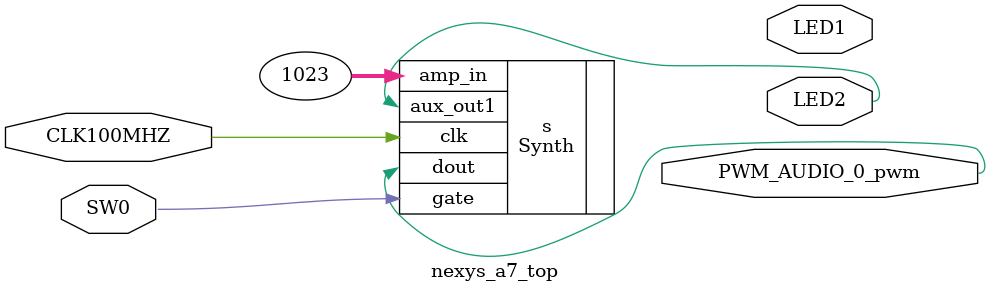
<source format=v>
`timescale 1ns / 1ps


module nexys_a7_top(
input wire CLK100MHZ, input wire SW0, output wire PWM_AUDIO_0_pwm,output wire LED1,
output wire LED2
    );
    Synth #(.CLKSPEED(100_000_000)) 
    s(
        .clk(CLK100MHZ),
        .gate(SW0),
        .amp_in(1023),
        .dout(PWM_AUDIO_0_pwm), 
        .aux_out1(LED2));
endmodule

</source>
